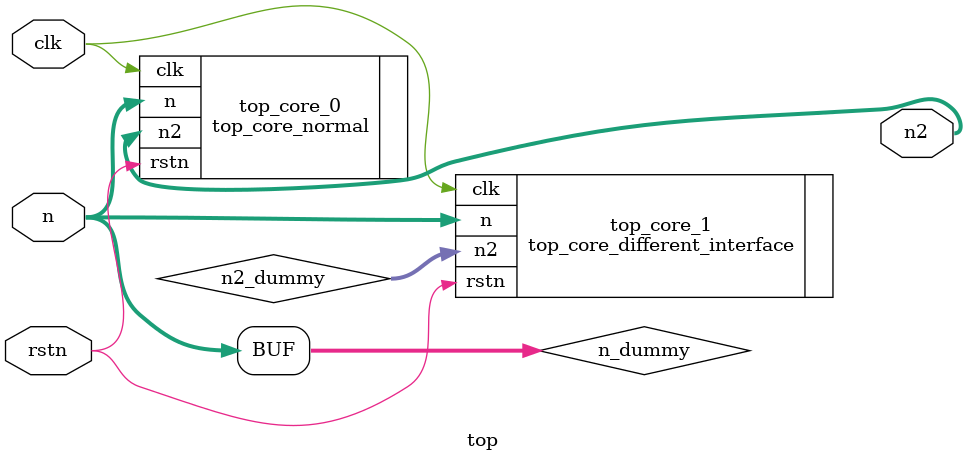
<source format=v>
module top(
  input clk,
  input rstn,
  input [3:0] n,
  output reg [7:0] n2
);

  top_core_normal top_core_0(
    .clk  (clk ),
    .rstn (rstn),
    .n    (n   ),
    .n2   (n2  )
  );

  wire [3:0] n_dummy = n;
  reg [7:0] n2_dummy;

  top_core_different_interface top_core_1(
    .clk  (clk ),
    .rstn (rstn),
    .n    (n_dummy ),
    .n2   (n2_dummy )
  );

endmodule

</source>
